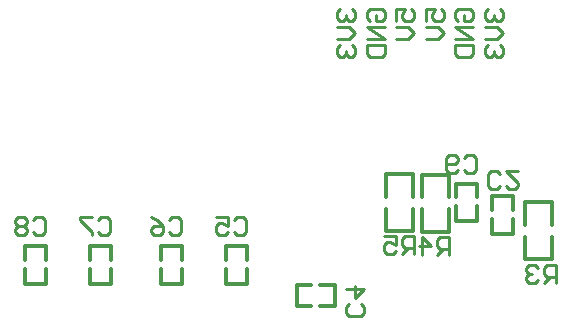
<source format=gbr>
%TF.GenerationSoftware,Altium Limited,Altium Designer,24.0.1 (36)*%
G04 Layer_Color=32896*
%FSLAX45Y45*%
%MOMM*%
%TF.SameCoordinates,A01A54B3-6B64-4A67-9B29-D4FC54FCECB2*%
%TF.FilePolarity,Positive*%
%TF.FileFunction,Legend,Bot*%
%TF.Part,Single*%
G01*
G75*
%TA.AperFunction,NonConductor*%
%ADD41C,0.30480*%
%ADD42C,0.25400*%
D41*
X4737100Y673100D02*
X4914900D01*
X4737100Y990600D02*
X4914900D01*
X4737100Y673100D02*
Y800100D01*
X4914900Y673100D02*
Y800100D01*
Y876300D02*
Y990600D01*
X4737100Y876300D02*
Y990600D01*
X782600Y451180D02*
Y565480D01*
X960400Y451180D02*
Y565480D01*
Y247980D02*
Y374980D01*
X782600Y247980D02*
Y374980D01*
Y565480D02*
X960400D01*
X782600Y247980D02*
X960400D01*
X1332600Y451180D02*
Y565480D01*
X1510400Y451180D02*
Y565480D01*
Y247980D02*
Y374980D01*
X1332600Y247980D02*
Y374980D01*
Y565480D02*
X1510400D01*
X1332600Y247980D02*
X1510400D01*
X1932600Y451180D02*
Y565480D01*
X2110400Y451180D02*
Y565480D01*
Y247980D02*
Y374980D01*
X1932600Y247980D02*
Y374980D01*
Y565480D02*
X2110400D01*
X1932600Y247980D02*
X2110400D01*
X2482600Y451180D02*
Y565480D01*
X2660400Y451180D02*
Y565480D01*
Y247980D02*
Y374980D01*
X2482600Y247980D02*
Y374980D01*
Y565480D02*
X2660400D01*
X2482600Y247980D02*
X2660400D01*
X5016500Y457200D02*
X5245100D01*
X5016500Y939800D02*
X5245100D01*
X5016500Y457200D02*
Y647700D01*
X5245100Y457200D02*
Y647700D01*
Y749300D02*
Y939800D01*
X5016500Y749300D02*
Y939800D01*
X3086100Y63500D02*
X3200400D01*
X3086100Y241300D02*
X3200400D01*
X3276600D02*
X3403600D01*
X3276600Y63500D02*
X3403600D01*
X3086100D02*
Y241300D01*
X3403600Y63500D02*
Y241300D01*
X4429760Y777240D02*
X4607560D01*
X4429760Y1094740D02*
X4607560D01*
X4429760Y777240D02*
Y904240D01*
X4607560Y777240D02*
Y904240D01*
Y980440D02*
Y1094740D01*
X4429760Y980440D02*
Y1094740D01*
X4140200Y980440D02*
Y1170940D01*
X4368800Y980440D02*
Y1170940D01*
Y688340D02*
Y878840D01*
X4140200Y688340D02*
Y878840D01*
Y1170940D02*
X4368800D01*
X4140200Y688340D02*
X4368800D01*
X4069100Y691000D02*
Y881500D01*
X3840500Y691000D02*
Y881500D01*
Y983100D02*
Y1173600D01*
X4069100Y983100D02*
Y1173600D01*
X3840500Y691000D02*
X4069100D01*
X3840500Y1173600D02*
X4069100D01*
D42*
X4697641Y2574600D02*
X4672249Y2549208D01*
Y2498424D01*
X4697641Y2473032D01*
X4723032D01*
X4748424Y2498424D01*
Y2523816D01*
Y2498424D01*
X4773816Y2473032D01*
X4799208D01*
X4824600Y2498424D01*
Y2549208D01*
X4799208Y2574600D01*
X4672249Y2422249D02*
X4773816D01*
X4824600Y2371465D01*
X4773816Y2320682D01*
X4672249D01*
X4697641Y2269898D02*
X4672249Y2244506D01*
Y2193723D01*
X4697641Y2168331D01*
X4723032D01*
X4748424Y2193723D01*
Y2219115D01*
Y2193723D01*
X4773816Y2168331D01*
X4799208D01*
X4824600Y2193723D01*
Y2244506D01*
X4799208Y2269898D01*
X4447641Y2473032D02*
X4422249Y2498424D01*
Y2549208D01*
X4447641Y2574600D01*
X4549208D01*
X4574600Y2549208D01*
Y2498424D01*
X4549208Y2473032D01*
X4498424D01*
Y2523816D01*
X4574600Y2422249D02*
X4422249D01*
X4574600Y2320682D01*
X4422249D01*
Y2269898D02*
X4574600D01*
Y2193723D01*
X4549208Y2168331D01*
X4447641D01*
X4422249Y2193723D01*
Y2269898D01*
X4172249Y2473032D02*
Y2574600D01*
X4248424D01*
X4223032Y2523816D01*
Y2498424D01*
X4248424Y2473032D01*
X4299208D01*
X4324600Y2498424D01*
Y2549208D01*
X4299208Y2574600D01*
X4172249Y2422249D02*
X4273816D01*
X4324600Y2371465D01*
X4273816Y2320682D01*
X4172249D01*
X3922249Y2473032D02*
Y2574600D01*
X3998424D01*
X3973032Y2523816D01*
Y2498424D01*
X3998424Y2473032D01*
X4049208D01*
X4074600Y2498424D01*
Y2549208D01*
X4049208Y2574600D01*
X3922249Y2422249D02*
X4023816D01*
X4074600Y2371465D01*
X4023816Y2320682D01*
X3922249D01*
X3697641Y2473032D02*
X3672249Y2498424D01*
Y2549208D01*
X3697641Y2574600D01*
X3799208D01*
X3824600Y2549208D01*
Y2498424D01*
X3799208Y2473032D01*
X3748424D01*
Y2523816D01*
X3824600Y2422249D02*
X3672249D01*
X3824600Y2320682D01*
X3672249D01*
Y2269898D02*
X3824600D01*
Y2193723D01*
X3799208Y2168331D01*
X3697641D01*
X3672249Y2193723D01*
Y2269898D01*
X3447641Y2574600D02*
X3422249Y2549208D01*
Y2498424D01*
X3447641Y2473032D01*
X3473032D01*
X3498424Y2498424D01*
Y2523816D01*
Y2498424D01*
X3523816Y2473032D01*
X3549208D01*
X3574600Y2498424D01*
Y2549208D01*
X3549208Y2574600D01*
X3422249Y2422249D02*
X3523816D01*
X3574600Y2371465D01*
X3523816Y2320682D01*
X3422249D01*
X3447641Y2269898D02*
X3422249Y2244506D01*
Y2193723D01*
X3447641Y2168331D01*
X3473032D01*
X3498424Y2193723D01*
Y2219115D01*
Y2193723D01*
X3523816Y2168331D01*
X3549208D01*
X3574600Y2193723D01*
Y2244506D01*
X3549208Y2269898D01*
X4495853Y1313259D02*
X4521245Y1338651D01*
X4572028D01*
X4597420Y1313259D01*
Y1211692D01*
X4572028Y1186300D01*
X4521245D01*
X4495853Y1211692D01*
X4445069D02*
X4419677Y1186300D01*
X4368894D01*
X4343502Y1211692D01*
Y1313259D01*
X4368894Y1338651D01*
X4419677D01*
X4445069Y1313259D01*
Y1287867D01*
X4419677Y1262475D01*
X4343502D01*
X848413Y784939D02*
X873805Y810331D01*
X924588D01*
X949980Y784939D01*
Y683372D01*
X924588Y657980D01*
X873805D01*
X848413Y683372D01*
X797629Y784939D02*
X772237Y810331D01*
X721454D01*
X696062Y784939D01*
Y759547D01*
X721454Y734155D01*
X696062Y708763D01*
Y683372D01*
X721454Y657980D01*
X772237D01*
X797629Y683372D01*
Y708763D01*
X772237Y734155D01*
X797629Y759547D01*
Y784939D01*
X772237Y734155D02*
X721454D01*
X1399593Y784939D02*
X1424985Y810331D01*
X1475768D01*
X1501160Y784939D01*
Y683372D01*
X1475768Y657980D01*
X1424985D01*
X1399593Y683372D01*
X1348809Y810331D02*
X1247242D01*
Y784939D01*
X1348809Y683372D01*
Y657980D01*
X1999033Y784939D02*
X2024425Y810331D01*
X2075208D01*
X2100600Y784939D01*
Y683372D01*
X2075208Y657980D01*
X2024425D01*
X1999033Y683372D01*
X1846682Y810331D02*
X1897466Y784939D01*
X1948249Y734155D01*
Y683372D01*
X1922857Y657980D01*
X1872074D01*
X1846682Y683372D01*
Y708763D01*
X1872074Y734155D01*
X1948249D01*
X2547673Y784939D02*
X2573065Y810331D01*
X2623848D01*
X2649240Y784939D01*
Y683372D01*
X2623848Y657980D01*
X2573065D01*
X2547673Y683372D01*
X2395322Y810331D02*
X2496889D01*
Y734155D01*
X2446106Y759547D01*
X2420714D01*
X2395322Y734155D01*
Y683372D01*
X2420714Y657980D01*
X2471497D01*
X2496889Y683372D01*
X4076659Y497865D02*
Y650215D01*
X4000483D01*
X3975092Y624823D01*
Y574040D01*
X4000483Y548648D01*
X4076659D01*
X4025875D02*
X3975092Y497865D01*
X3822741Y650215D02*
X3924308D01*
Y574040D01*
X3873525Y599432D01*
X3848133D01*
X3822741Y574040D01*
Y523257D01*
X3848133Y497865D01*
X3898916D01*
X3924308Y523257D01*
X4371299Y495325D02*
Y647675D01*
X4295123D01*
X4269732Y622283D01*
Y571500D01*
X4295123Y546108D01*
X4371299D01*
X4320515D02*
X4269732Y495325D01*
X4142773D02*
Y647675D01*
X4218948Y571500D01*
X4117381D01*
X5272999Y256565D02*
Y408915D01*
X5196823D01*
X5171432Y383523D01*
Y332740D01*
X5196823Y307348D01*
X5272999D01*
X5222215D02*
X5171432Y256565D01*
X5120648Y383523D02*
X5095256Y408915D01*
X5044473D01*
X5019081Y383523D01*
Y358132D01*
X5044473Y332740D01*
X5069865D01*
X5044473D01*
X5019081Y307348D01*
Y281957D01*
X5044473Y256565D01*
X5095256D01*
X5120648Y281957D01*
X3621999Y78707D02*
X3647391Y53315D01*
Y2532D01*
X3621999Y-22860D01*
X3520432D01*
X3495040Y2532D01*
Y53315D01*
X3520432Y78707D01*
X3495040Y205666D02*
X3647391D01*
X3571215Y129491D01*
Y231058D01*
X4798068Y1079516D02*
X4772677Y1054124D01*
X4721893D01*
X4696501Y1079516D01*
Y1181083D01*
X4721893Y1206475D01*
X4772677D01*
X4798068Y1181083D01*
X4950419Y1206475D02*
X4848852D01*
X4950419Y1104908D01*
Y1079516D01*
X4925027Y1054124D01*
X4874244D01*
X4848852Y1079516D01*
%TF.MD5,370bf72e5b137fcad2617621ba4ffee2*%
M02*

</source>
